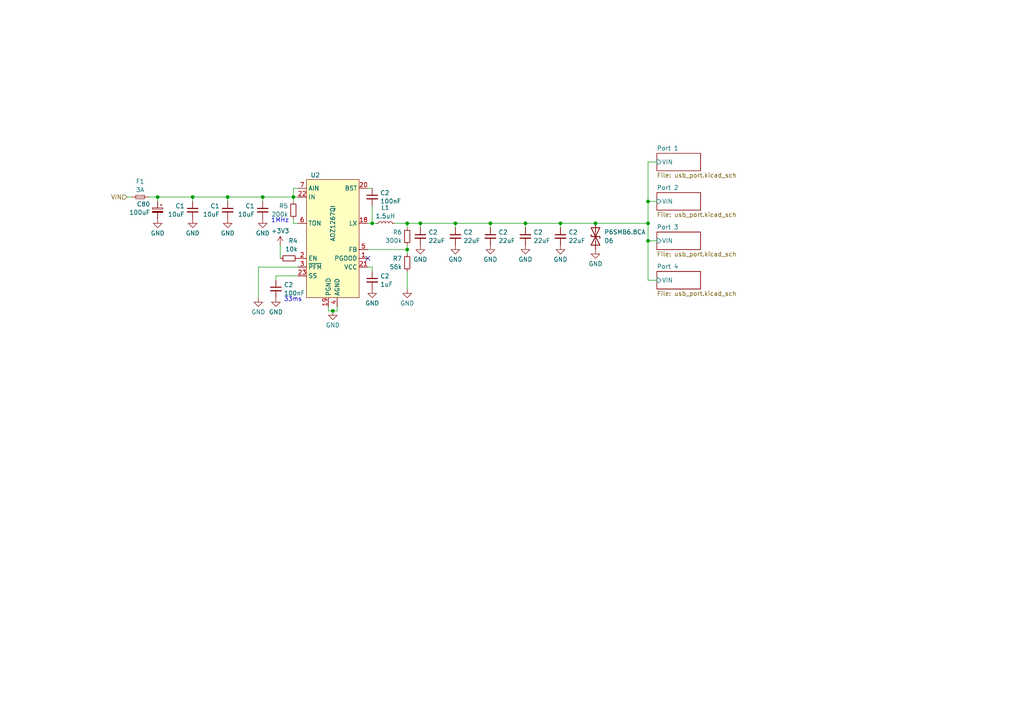
<source format=kicad_sch>
(kicad_sch (version 20230121) (generator eeschema)
  (paper "A4")
  (lib_symbols
    (symbol "Device:C_Polarized_Small" (pin_numbers hide) (pin_names (offset 0.254) hide)
      (property "Reference" "C" (at 0.254 1.778 0))
      (property "Value" "C_Polarized_Small" (at 0.254 -2.032 0))
      (symbol "C_Polarized_Small_0_1"
        (rectangle (start -1.524 -0.3048) (end 1.524 -0.6858) (fill (type outline)))
        (rectangle (start -1.524 0.6858) (end 1.524 0.3048))
        (polyline (pts (xy -1.27 1.524) (xy -0.762 1.524)))
        (polyline (pts (xy -1.016 1.27) (xy -1.016 1.778)))
      )
      (symbol "C_Polarized_Small_1_1"
        (pin passive line (at 0 2.54 270) (length 1.8542) (name "~") (number "1"))
        (pin passive line (at 0 -2.54 90) (length 1.8542) (name "~") (number "2"))
      )
    )
    (symbol "Device:C_Small" (pin_numbers hide) (pin_names (offset 0.254) hide)
      (property "Reference" "C" (at 0.254 1.778 0))
      (property "Value" "C_Small" (at 0.254 -2.032 0))
      (symbol "C_Small_0_1"
        (polyline (pts (xy -1.524 -0.508) (xy 1.524 -0.508)) (stroke (width 0.3302)))
        (polyline (pts (xy -1.524 0.508) (xy 1.524 0.508)) (stroke (width 0.3048)))
      )
      (symbol "C_Small_1_1"
        (pin passive line (at 0 2.54 270) (length 2.032) (name "~") (number "1"))
        (pin passive line (at 0 -2.54 90) (length 2.032) (name "~") (number "2"))
      )
    )
    (symbol "Device:D_TVS" (pin_numbers hide) (pin_names (offset 1.016) hide)
      (property "Reference" "D" (at 0 2.54 0))
      (property "Value" "D_TVS" (at 0 -2.54 0))
      (symbol "D_TVS_0_1"
        (polyline (pts (xy 1.27 0) (xy -1.27 0)))
        (polyline (pts (xy 0.508 1.27) (xy 0 1.27) (xy 0 -1.27) (xy -0.508 -1.27)) (stroke (width 0.254)))
        (polyline (pts (xy -2.54 1.27) (xy -2.54 -1.27) (xy 2.54 1.27) (xy 2.54 -1.27) (xy -2.54 1.27)) (stroke (width 0.254)))
      )
      (symbol "D_TVS_1_1"
        (pin passive line (at -3.81 0 0) (length 2.54) (name "A1") (number "1"))
        (pin passive line (at 3.81 0 180) (length 2.54) (name "A2") (number "2"))
      )
    )
    (symbol "Device:Fuse_Small" (pin_numbers hide) (pin_names (offset 0.254) hide)
      (property "Reference" "F" (at 0 -1.524 0))
      (property "Value" "Fuse_Small" (at 0 1.524 0))
      (symbol "Fuse_Small_0_1"
        (rectangle (start -1.27 0.508) (end 1.27 -0.508))
        (polyline (pts (xy -1.27 0) (xy 1.27 0)))
      )
      (symbol "Fuse_Small_1_1"
        (pin passive line (at -2.54 0 0) (length 1.27) (name "~") (number "1"))
        (pin passive line (at 2.54 0 180) (length 1.27) (name "~") (number "2"))
      )
    )
    (symbol "Device:L_Small" (pin_numbers hide) (pin_names (offset 0.254) hide)
      (property "Reference" "L" (at 0.762 1.016 0))
      (property "Value" "L_Small" (at 0.762 -1.016 0))
      (symbol "L_Small_0_1"
        (arc (start 0 -2.032) (mid 0.5058 -1.524) (end 0 -1.016))
        (arc (start 0 -1.016) (mid 0.5058 -0.508) (end 0 0))
        (arc (start 0 0) (mid 0.5058 0.508) (end 0 1.016))
        (arc (start 0 1.016) (mid 0.5058 1.524) (end 0 2.032))
      )
      (symbol "L_Small_1_1"
        (pin passive line (at 0 2.54 270) (length 0.508) (name "~") (number "1"))
        (pin passive line (at 0 -2.54 90) (length 0.508) (name "~") (number "2"))
      )
    )
    (symbol "Device:R_Small" (pin_numbers hide) (pin_names (offset 0.254) hide)
      (property "Reference" "R" (at 0.762 0.508 0))
      (property "Value" "R_Small" (at 0.762 -1.016 0))
      (symbol "R_Small_0_1"
        (rectangle (start -0.762 1.778) (end 0.762 -1.778) (stroke (width 0.2032)))
      )
      (symbol "R_Small_1_1"
        (pin passive line (at 0 2.54 270) (length 0.762) (name "~") (number "1"))
        (pin passive line (at 0 -2.54 90) (length 0.762) (name "~") (number "2"))
      )
    )
    (symbol "Regulator_Switching_AlphaOmega:AOZ1267QI"
      (property "Reference" "U" (at -5.08 16.51 0))
      (property "Value" "AOZ1267QI" (at 0 2.54 90))
      (symbol "AOZ1267QI_0_0"
        (pin open_collector line (at 10.16 -7.62 180) (length 2.54) (name "PGOOD") (number "1"))
        (pin output line (at 10.16 2.54 180) (length 2.54) (name "LX") (number "18"))
        (pin power_in line (at -1.27 -21.59 90) (length 2.54) (name "PGND") (number "19"))
        (pin input line (at -10.16 -7.62 0) (length 2.54) (name "EN") (number "2"))
        (pin input line (at 10.16 12.7 180) (length 2.54) (name "BST") (number "20"))
        (pin output line (at 10.16 -10.16 180) (length 2.54) (name "VCC") (number "21"))
        (pin power_in line (at -10.16 10.16 0) (length 2.54) (name "IN") (number "22"))
        (pin input line (at -10.16 -12.7 0) (length 2.54) (name "SS") (number "23"))
        (pin input line (at -10.16 -10.16 0) (length 2.54) (name "~{PFM}") (number "3"))
        (pin power_in line (at 1.27 -21.59 90) (length 2.54) (name "AGND") (number "4"))
        (pin input line (at 10.16 -5.08 180) (length 2.54) (name "FB") (number "5"))
        (pin input line (at -10.16 2.54 0) (length 2.54) (name "TON") (number "6"))
        (pin power_in line (at -10.16 12.7 0) (length 2.54) (name "AIN") (number "7"))
      )
      (symbol "AOZ1267QI_1_0"
        (pin output line (at 10.16 2.54 180) (length 2.54) hide (name "LX") (number "10"))
        (pin output line (at 10.16 2.54 180) (length 2.54) hide (name "LX") (number "11"))
        (pin power_in line (at -1.27 -21.59 90) (length 2.54) hide (name "PGND") (number "12"))
        (pin power_in line (at -1.27 -21.59 90) (length 2.54) hide (name "PGND") (number "13"))
        (pin power_in line (at -1.27 -21.59 90) (length 2.54) hide (name "PGND") (number "14"))
        (pin power_in line (at -1.27 -21.59 90) (length 2.54) hide (name "PGND") (number "15"))
        (pin output line (at 10.16 2.54 180) (length 2.54) hide (name "LX") (number "16"))
        (pin output line (at 10.16 2.54 180) (length 2.54) hide (name "LX") (number "17"))
        (pin power_in line (at -10.16 10.16 0) (length 2.54) hide (name "IN") (number "8"))
        (pin power_in line (at -10.16 10.16 0) (length 2.54) hide (name "IN") (number "9"))
      )
      (symbol "AOZ1267QI_1_1"
        (rectangle (start -7.62 15.24) (end 7.62 -19.05) (fill (type background)))
      )
    )
    (symbol "power:+3V3" (power) (pin_names (offset 0))
      (property "Value" "+3V3" (at 0 3.556 0))
      (symbol "+3V3_0_1"
        (polyline (pts (xy -0.762 1.27) (xy 0 2.54)))
        (polyline (pts (xy 0 0) (xy 0 2.54)))
        (polyline (pts (xy 0 2.54) (xy 0.762 1.27)))
      )
      (symbol "+3V3_1_1"
        (pin power_in line (at 0 0 90) (length 0) hide (name "+3V3") (number "1"))
      )
    )
    (symbol "power:GND" (power) (pin_names (offset 0))
      (property "Value" "GND" (at 0 -3.81 0))
      (symbol "GND_0_1"
        (polyline (pts (xy 0 0) (xy 0 -1.27) (xy 1.27 -1.27) (xy 0 -2.54) (xy -1.27 -1.27) (xy 0 -1.27)))
      )
      (symbol "GND_1_1"
        (pin power_in line (at 0 0 270) (length 0) hide (name "GND") (number "1"))
      )
    )
  )
  (junction (at 152.4 64.77))
  (junction (at 66.04 57.15))
  (junction (at 187.96 69.85))
  (junction (at 187.96 64.77))
  (junction (at 85.09 57.15))
  (junction (at 45.72 57.15))
  (junction (at 172.72 64.77))
  (junction (at 55.88 57.15))
  (junction (at 187.96 58.42))
  (junction (at 162.56 64.77))
  (junction (at 76.2 57.15))
  (junction (at 96.52 90.17))
  (junction (at 142.24 64.77))
  (junction (at 107.95 64.77))
  (junction (at 118.11 72.39))
  (junction (at 121.92 64.77))
  (junction (at 118.11 64.77))
  (junction (at 132.08 64.77))
  (no_connect (at 106.68 74.93))
  (wire (pts (xy 162.56 64.77) (xy 162.56 66.04)))
  (wire (pts (xy 172.72 64.77) (xy 187.96 64.77)))
  (wire (pts (xy 95.25 90.17) (xy 95.25 88.9)))
  (wire (pts (xy 96.52 90.17) (xy 97.79 90.17)))
  (wire (pts (xy 162.56 64.77) (xy 152.4 64.77)))
  (wire (pts (xy 107.95 59.69) (xy 107.95 64.77)))
  (wire (pts (xy 85.09 57.15) (xy 85.09 54.61)))
  (wire (pts (xy 132.08 64.77) (xy 132.08 66.04)))
  (wire (pts (xy 74.93 86.36) (xy 74.93 77.47)))
  (wire (pts (xy 66.04 57.15) (xy 55.88 57.15)))
  (wire (pts (xy 85.09 58.42) (xy 85.09 57.15)))
  (wire (pts (xy 36.83 57.15) (xy 38.1 57.15)))
  (wire (pts (xy 97.79 90.17) (xy 97.79 88.9)))
  (wire (pts (xy 80.01 80.01) (xy 80.01 81.28)))
  (wire (pts (xy 43.18 57.15) (xy 45.72 57.15)))
  (wire (pts (xy 187.96 64.77) (xy 187.96 69.85)))
  (wire (pts (xy 187.96 69.85) (xy 190.5 69.85)))
  (wire (pts (xy 118.11 78.74) (xy 118.11 83.82)))
  (wire (pts (xy 118.11 64.77) (xy 118.11 66.04)))
  (wire (pts (xy 114.3 64.77) (xy 118.11 64.77)))
  (wire (pts (xy 118.11 71.12) (xy 118.11 72.39)))
  (wire (pts (xy 187.96 58.42) (xy 190.5 58.42)))
  (wire (pts (xy 187.96 46.99) (xy 190.5 46.99)))
  (wire (pts (xy 152.4 64.77) (xy 142.24 64.77)))
  (wire (pts (xy 76.2 57.15) (xy 76.2 58.42)))
  (wire (pts (xy 85.09 63.5) (xy 85.09 64.77)))
  (wire (pts (xy 187.96 69.85) (xy 187.96 81.28)))
  (wire (pts (xy 85.09 64.77) (xy 86.36 64.77)))
  (wire (pts (xy 96.52 90.17) (xy 95.25 90.17)))
  (wire (pts (xy 107.95 54.61) (xy 106.68 54.61)))
  (wire (pts (xy 76.2 57.15) (xy 85.09 57.15)))
  (wire (pts (xy 80.01 80.01) (xy 86.36 80.01)))
  (wire (pts (xy 187.96 58.42) (xy 187.96 64.77)))
  (wire (pts (xy 55.88 57.15) (xy 55.88 58.42)))
  (wire (pts (xy 106.68 72.39) (xy 118.11 72.39)))
  (wire (pts (xy 118.11 64.77) (xy 121.92 64.77)))
  (wire (pts (xy 85.09 54.61) (xy 86.36 54.61)))
  (wire (pts (xy 187.96 58.42) (xy 187.96 46.99)))
  (wire (pts (xy 66.04 57.15) (xy 76.2 57.15)))
  (wire (pts (xy 66.04 57.15) (xy 66.04 58.42)))
  (wire (pts (xy 142.24 64.77) (xy 142.24 66.04)))
  (wire (pts (xy 106.68 77.47) (xy 107.95 77.47)))
  (wire (pts (xy 107.95 64.77) (xy 109.22 64.77)))
  (wire (pts (xy 107.95 64.77) (xy 106.68 64.77)))
  (wire (pts (xy 107.95 77.47) (xy 107.95 78.74)))
  (wire (pts (xy 152.4 64.77) (xy 152.4 66.04)))
  (wire (pts (xy 85.09 57.15) (xy 86.36 57.15)))
  (wire (pts (xy 74.93 77.47) (xy 86.36 77.47)))
  (wire (pts (xy 81.28 71.12) (xy 81.28 74.93)))
  (wire (pts (xy 45.72 57.15) (xy 45.72 58.42)))
  (wire (pts (xy 118.11 72.39) (xy 118.11 73.66)))
  (wire (pts (xy 121.92 64.77) (xy 121.92 66.04)))
  (wire (pts (xy 187.96 81.28) (xy 190.5 81.28)))
  (wire (pts (xy 142.24 64.77) (xy 132.08 64.77)))
  (wire (pts (xy 45.72 57.15) (xy 55.88 57.15)))
  (wire (pts (xy 162.56 64.77) (xy 172.72 64.77)))
  (wire (pts (xy 132.08 64.77) (xy 121.92 64.77)))
  (text "33ms" (at 87.63 87.63 0) (effects (font (size 1.27 1.27)) (justify right bottom)))
  (text "1MHz" (at 83.82 64.77 0) (effects (font (size 1.27 1.27)) (justify right bottom)))
  (hierarchical_label "VIN" (shape input) (at 36.83 57.15 180))
  (symbol (lib_id "Device:C_Small") (at 162.56 68.58 0) (unit 1)
    (property "Reference" "C2" (at 164.8841 67.3742 0) (effects (justify left)))
    (property "Value" "22uF" (at 164.8841 69.7984 0) (effects (justify left)))
    (property "Footprint" "Capacitor_SMD:C_0805_2012Metric" (effects hide))
    (property "LCSC" "C45783" (effects hide))
    (instances (project "blinkekatze-charger" (path "" (reference "C2") (unit 1)) (path "" (reference "C8") (unit 1)) (path "" (reference "C38") (unit 1)) (path "" (reference "C65") (unit 1)) (path "" (reference "C92") (unit 1)) (path "" (reference "C128") (unit 1))))
  )
  (symbol (lib_id "power:GND") (at 118.11 83.82 0) (unit 1)
    (property "Reference" "#PWR011" (effects hide))
    (property "Value" "GND" (at 118.11 87.9531 0))
    (instances (project "blinkekatze-charger" (path "" (reference "#PWR011") (unit 1)) (path "" (reference "#PWR045") (unit 1)) (path "" (reference "#PWR082") (unit 1)) (path "" (reference "#PWR0119") (unit 1)) (path "" (reference "#PWR0170") (unit 1))))
  )
  (symbol (lib_id "Device:C_Small") (at 76.2 60.96 0) (mirror y) (unit 1)
    (property "Reference" "C1" (at 73.8759 59.7542 0) (effects (justify left)))
    (property "Value" "10uF" (at 73.8759 62.1784 0) (effects (justify left)))
    (property "Footprint" "Capacitor_SMD:C_0805_2012Metric" (effects hide))
    (property "LCSC" "C440198" (effects hide))
    (instances (project "blinkekatze-charger" (path "" (reference "C1") (unit 1)) (path "" (reference "C13") (unit 1)) (path "" (reference "C30") (unit 1)) (path "" (reference "C57") (unit 1)) (path "" (reference "C84") (unit 1)) (path "" (reference "C120") (unit 1))))
  )
  (symbol (lib_id "Device:C_Small") (at 66.04 60.96 0) (mirror y) (unit 1)
    (property "Reference" "C1" (at 63.7159 59.7542 0) (effects (justify left)))
    (property "Value" "10uF" (at 63.7159 62.1784 0) (effects (justify left)))
    (property "Footprint" "Capacitor_SMD:C_0805_2012Metric" (effects hide))
    (property "LCSC" "C440198" (effects hide))
    (instances (project "blinkekatze-charger" (path "" (reference "C1") (unit 1)) (path "" (reference "C14") (unit 1)) (path "" (reference "C29") (unit 1)) (path "" (reference "C56") (unit 1)) (path "" (reference "C83") (unit 1)) (path "" (reference "C119") (unit 1))))
  )
  (symbol (lib_id "power:GND") (at 132.08 71.12 0) (unit 1)
    (property "Reference" "#PWR013" (effects hide))
    (property "Value" "GND" (at 132.08 75.2531 0))
    (instances (project "blinkekatze-charger" (path "" (reference "#PWR013") (unit 1)) (path "" (reference "#PWR047") (unit 1)) (path "" (reference "#PWR084") (unit 1)) (path "" (reference "#PWR0121") (unit 1)) (path "" (reference "#PWR0172") (unit 1))))
  )
  (symbol (lib_id "Regulator_Switching_AlphaOmega:AOZ1267QI") (at 96.52 67.31 0) (unit 1)
    (property "Reference" "U2" (at 91.44 50.8 0))
    (property "Value" "AOZ1267QI" (at 96.52 64.77 90))
    (property "Footprint" "Package_QFN_Silergy:QFN-23L" (effects hide))
    (property "Datasheet" "https://datasheet.lcsc.com/lcsc/2202011530_Alpha---Omega-Semicon-AOZ1267QI-01_C2072015.pdf" (effects hide))
    (property "LCSC" "C2072015" (effects hide))
    (instances (project "blinkekatze-charger" (path "" (reference "U2") (unit 1)) (path "" (reference "U6") (unit 1)) (path "" (reference "U11") (unit 1)) (path "" (reference "U16") (unit 1)) (path "" (reference "U22") (unit 1))))
  )
  (symbol (lib_id "Device:C_Small") (at 132.08 68.58 0) (unit 1)
    (property "Reference" "C2" (at 134.4041 67.3742 0) (effects (justify left)))
    (property "Value" "22uF" (at 134.4041 69.7984 0) (effects (justify left)))
    (property "Footprint" "Capacitor_SMD:C_0805_2012Metric" (effects hide))
    (property "LCSC" "C45783" (effects hide))
    (instances (project "blinkekatze-charger" (path "" (reference "C2") (unit 1)) (path "" (reference "C11") (unit 1)) (path "" (reference "C35") (unit 1)) (path "" (reference "C62") (unit 1)) (path "" (reference "C89") (unit 1)) (path "" (reference "C125") (unit 1))))
  )
  (symbol (lib_id "Device:R_Small") (at 118.11 76.2 0) (unit 1)
    (property "Reference" "R7" (at 116.6114 74.9879 0) (effects (justify right)))
    (property "Value" "56k" (at 116.6114 77.4121 0) (effects (justify right)))
    (property "Footprint" "Resistor_SMD:R_0402_1005Metric" (effects hide))
    (property "LCSC" "C25796" (effects hide))
    (instances (project "blinkekatze-charger" (path "" (reference "R7") (unit 1)) (path "" (reference "R22") (unit 1)) (path "" (reference "R41") (unit 1)) (path "" (reference "R60") (unit 1)) (path "" (reference "R87") (unit 1))))
  )
  (symbol (lib_id "Device:R_Small") (at 83.82 74.93 90) (unit 1)
    (property "Reference" "R4" (at 86.36 69.85 90) (effects (justify left)))
    (property "Value" "10k" (at 86.36 72.2742 90) (effects (justify left)))
    (property "Footprint" "Resistor_SMD:R_0402_1005Metric" (effects hide))
    (property "LCSC" "C25744" (effects hide))
    (instances (project "T41-USB-C-PSU" (path "" (reference "R4") (unit 1)) (path "" (reference "R5") (unit 1)) (path "" (reference "R12") (unit 1))) (project "blinkekatze-charger" (path "" (reference "R79") (unit 1)) (path "" (reference "R77") (unit 1)) (path "" (reference "R108") (unit 1)) (path "" (reference "R109") (unit 1)) (path "" (reference "R110") (unit 1)) (path "" (reference "R111") (unit 1))))
  )
  (symbol (lib_id "Device:R_Small") (at 85.09 60.96 0) (unit 1)
    (property "Reference" "R5" (at 83.5914 59.7479 0) (effects (justify right)))
    (property "Value" "200k" (at 83.5914 62.1721 0) (effects (justify right)))
    (property "Footprint" "Resistor_SMD:R_0402_1005Metric" (effects hide))
    (property "LCSC" "C25764" (effects hide))
    (instances (project "blinkekatze-charger" (path "" (reference "R5") (unit 1)) (path "" (reference "R20") (unit 1)) (path "" (reference "R39") (unit 1)) (path "" (reference "R58") (unit 1)) (path "" (reference "R85") (unit 1))))
  )
  (symbol (lib_id "Device:C_Small") (at 152.4 68.58 0) (unit 1)
    (property "Reference" "C2" (at 154.7241 67.3742 0) (effects (justify left)))
    (property "Value" "22uF" (at 154.7241 69.7984 0) (effects (justify left)))
    (property "Footprint" "Capacitor_SMD:C_0805_2012Metric" (effects hide))
    (property "LCSC" "C45783" (effects hide))
    (instances (project "blinkekatze-charger" (path "" (reference "C2") (unit 1)) (path "" (reference "C9") (unit 1)) (path "" (reference "C37") (unit 1)) (path "" (reference "C64") (unit 1)) (path "" (reference "C91") (unit 1)) (path "" (reference "C127") (unit 1))))
  )
  (symbol (lib_id "power:GND") (at 96.52 90.17 0) (unit 1)
    (property "Reference" "#PWR08" (effects hide))
    (property "Value" "GND" (at 96.52 94.3031 0))
    (instances (project "blinkekatze-charger" (path "" (reference "#PWR08") (unit 1)) (path "" (reference "#PWR043") (unit 1)) (path "" (reference "#PWR080") (unit 1)) (path "" (reference "#PWR0117") (unit 1)) (path "" (reference "#PWR0168") (unit 1))))
  )
  (symbol (lib_id "power:GND") (at 76.2 63.5 0) (unit 1)
    (property "Reference" "#PWR019" (effects hide))
    (property "Value" "GND" (at 76.2 67.6331 0))
    (instances (project "blinkekatze-charger" (path "" (reference "#PWR019") (unit 1)) (path "" (reference "#PWR041") (unit 1)) (path "" (reference "#PWR078") (unit 1)) (path "" (reference "#PWR0115") (unit 1)) (path "" (reference "#PWR0166") (unit 1))))
  )
  (symbol (lib_id "power:GND") (at 107.95 83.82 0) (mirror y) (unit 1)
    (property "Reference" "#PWR07" (effects hide))
    (property "Value" "GND" (at 107.95 87.9531 0))
    (instances (project "blinkekatze-charger" (path "" (reference "#PWR07") (unit 1)) (path "" (reference "#PWR044") (unit 1)) (path "" (reference "#PWR081") (unit 1)) (path "" (reference "#PWR0118") (unit 1)) (path "" (reference "#PWR0169") (unit 1))))
  )
  (symbol (lib_id "power:+3V3") (at 81.28 71.12 0) (unit 1)
    (property "Reference" "#PWR0225" (effects hide))
    (property "Value" "+3V3" (at 81.28 66.9869 0))
    (instances (project "blinkekatze-charger" (path "" (reference "#PWR0225") (unit 1)) (path "" (reference "#PWR0226") (unit 1)) (path "" (reference "#PWR0227") (unit 1)) (path "" (reference "#PWR0228") (unit 1)) (path "" (reference "#PWR0229") (unit 1))))
  )
  (symbol (lib_id "Device:Fuse_Small") (at 40.64 57.15 0) (unit 1)
    (property "Reference" "F1" (at 40.64 52.6247 0))
    (property "Value" "3A" (at 40.64 55.0489 0))
    (property "Footprint" "Fuse:Fuse_1206_3216Metric" (effects hide))
    (property "LCSC" "C553935" (effects hide))
    (instances (project "blinkekatze-charger" (path "" (reference "F1") (unit 1)) (path "" (reference "F2") (unit 1)) (path "" (reference "F3") (unit 1)) (path "" (reference "F4") (unit 1)) (path "" (reference "F5") (unit 1)) (path "" (reference "F6") (unit 1)) (path "" (reference "F11") (unit 1)) (path "" (reference "F16") (unit 1)) (path "" (reference "F22") (unit 1))))
  )
  (symbol (lib_id "Device:C_Small") (at 107.95 57.15 0) (unit 1)
    (property "Reference" "C2" (at 110.2741 55.9442 0) (effects (justify left)))
    (property "Value" "100nF" (at 110.2741 58.3684 0) (effects (justify left)))
    (property "Footprint" "Capacitor_SMD:C_0402_1005Metric" (effects hide))
    (property "LCSC" "C1525" (effects hide))
    (instances (project "blinkekatze-charger" (path "" (reference "C2") (unit 1)) (path "" (reference "C7") (unit 1)) (path "" (reference "C32") (unit 1)) (path "" (reference "C59") (unit 1)) (path "" (reference "C86") (unit 1)) (path "" (reference "C122") (unit 1))))
  )
  (symbol (lib_id "power:GND") (at 162.56 71.12 0) (unit 1)
    (property "Reference" "#PWR016" (effects hide))
    (property "Value" "GND" (at 162.56 75.2531 0))
    (instances (project "blinkekatze-charger" (path "" (reference "#PWR016") (unit 1)) (path "" (reference "#PWR050") (unit 1)) (path "" (reference "#PWR087") (unit 1)) (path "" (reference "#PWR0124") (unit 1)) (path "" (reference "#PWR0175") (unit 1))))
  )
  (symbol (lib_id "Device:D_TVS") (at 172.72 68.58 90) (unit 1)
    (property "Reference" "D6" (at 175.26 69.85 90) (effects (justify right)))
    (property "Value" "P6SMB6.8CA" (at 175.26 67.31 90) (effects (justify right)))
    (property "Footprint" "Diode_SMD:D_SMB" (effects hide))
    (property "LCSC" "C78395" (effects hide))
    (instances (project "OpenHomeSwitch" (path "" (reference "D6") (unit 1)) (path "" (reference "D5") (unit 1))) (project "blinkekatze-charger" (path "" (reference "D22") (unit 1)) (path "" (reference "D23") (unit 1)) (path "" (reference "D24") (unit 1)) (path "" (reference "D25") (unit 1)) (path "" (reference "D26") (unit 1))))
  )
  (symbol (lib_id "Device:C_Small") (at 80.01 83.82 0) (unit 1)
    (property "Reference" "C2" (at 82.3341 82.6142 0) (effects (justify left)))
    (property "Value" "100nF" (at 82.3341 85.0384 0) (effects (justify left)))
    (property "Footprint" "Capacitor_SMD:C_0402_1005Metric" (effects hide))
    (property "LCSC" "C1525" (effects hide))
    (instances (project "blinkekatze-charger" (path "" (reference "C2") (unit 1)) (path "" (reference "C6") (unit 1)) (path "" (reference "C31") (unit 1)) (path "" (reference "C58") (unit 1)) (path "" (reference "C85") (unit 1)) (path "" (reference "C121") (unit 1))))
  )
  (symbol (lib_id "Device:C_Small") (at 121.92 68.58 0) (unit 1)
    (property "Reference" "C2" (at 124.2441 67.3742 0) (effects (justify left)))
    (property "Value" "22uF" (at 124.2441 69.7984 0) (effects (justify left)))
    (property "Footprint" "Capacitor_SMD:C_0805_2012Metric" (effects hide))
    (property "LCSC" "C45783" (effects hide))
    (instances (project "blinkekatze-charger" (path "" (reference "C2") (unit 1)) (path "" (reference "C12") (unit 1)) (path "" (reference "C34") (unit 1)) (path "" (reference "C61") (unit 1)) (path "" (reference "C88") (unit 1)) (path "" (reference "C124") (unit 1))))
  )
  (symbol (lib_id "power:GND") (at 74.93 86.36 0) (unit 1)
    (property "Reference" "#PWR010" (effects hide))
    (property "Value" "GND" (at 74.93 90.4931 0))
    (instances (project "blinkekatze-charger" (path "" (reference "#PWR010") (unit 1)) (path "" (reference "#PWR040") (unit 1)) (path "" (reference "#PWR077") (unit 1)) (path "" (reference "#PWR0114") (unit 1)) (path "" (reference "#PWR0165") (unit 1))))
  )
  (symbol (lib_id "Device:L_Small") (at 111.76 64.77 90) (unit 1)
    (property "Reference" "L1" (at 111.76 60.2469 90))
    (property "Value" "1.5uH" (at 111.76 62.6711 90))
    (property "Footprint" "Inductor_SMD:L_Sunlord_MWSA0603S" (effects hide))
    (property "Datasheet" "https://datasheet.lcsc.com/lcsc/2011031037_PROD-Tech-PSPMAA0603-1R5M-ANF_C436544.pdf" (effects hide))
    (property "LCSC" "C436544" (effects hide))
    (instances (project "blinkekatze-charger" (path "" (reference "L1") (unit 1)) (path "" (reference "L2") (unit 1)) (path "" (reference "L3") (unit 1)) (path "" (reference "L4") (unit 1)) (path "" (reference "L5") (unit 1))))
  )
  (symbol (lib_id "power:GND") (at 66.04 63.5 0) (unit 1)
    (property "Reference" "#PWR018" (effects hide))
    (property "Value" "GND" (at 66.04 67.6331 0))
    (instances (project "blinkekatze-charger" (path "" (reference "#PWR018") (unit 1)) (path "" (reference "#PWR039") (unit 1)) (path "" (reference "#PWR076") (unit 1)) (path "" (reference "#PWR0113") (unit 1)) (path "" (reference "#PWR0164") (unit 1))))
  )
  (symbol (lib_id "power:GND") (at 142.24 71.12 0) (unit 1)
    (property "Reference" "#PWR014" (effects hide))
    (property "Value" "GND" (at 142.24 75.2531 0))
    (instances (project "blinkekatze-charger" (path "" (reference "#PWR014") (unit 1)) (path "" (reference "#PWR048") (unit 1)) (path "" (reference "#PWR085") (unit 1)) (path "" (reference "#PWR0122") (unit 1)) (path "" (reference "#PWR0173") (unit 1))))
  )
  (symbol (lib_id "Device:C_Small") (at 107.95 81.28 0) (unit 1)
    (property "Reference" "C2" (at 110.2741 80.0742 0) (effects (justify left)))
    (property "Value" "1uF" (at 110.2741 82.4984 0) (effects (justify left)))
    (property "Footprint" "Capacitor_SMD:C_0402_1005Metric" (effects hide))
    (property "LCSC" "C52923" (effects hide))
    (instances (project "blinkekatze-charger" (path "" (reference "C2") (unit 1)) (path "" (reference "C5") (unit 1)) (path "" (reference "C33") (unit 1)) (path "" (reference "C60") (unit 1)) (path "" (reference "C87") (unit 1)) (path "" (reference "C123") (unit 1))))
  )
  (symbol (lib_id "power:GND") (at 152.4 71.12 0) (unit 1)
    (property "Reference" "#PWR015" (effects hide))
    (property "Value" "GND" (at 152.4 75.2531 0))
    (instances (project "blinkekatze-charger" (path "" (reference "#PWR015") (unit 1)) (path "" (reference "#PWR049") (unit 1)) (path "" (reference "#PWR086") (unit 1)) (path "" (reference "#PWR0123") (unit 1)) (path "" (reference "#PWR0174") (unit 1))))
  )
  (symbol (lib_id "power:GND") (at 55.88 63.5 0) (unit 1)
    (property "Reference" "#PWR017" (effects hide))
    (property "Value" "GND" (at 55.88 67.6331 0))
    (instances (project "blinkekatze-charger" (path "" (reference "#PWR017") (unit 1)) (path "" (reference "#PWR038") (unit 1)) (path "" (reference "#PWR075") (unit 1)) (path "" (reference "#PWR0112") (unit 1)) (path "" (reference "#PWR0163") (unit 1))))
  )
  (symbol (lib_id "power:GND") (at 121.92 71.12 0) (unit 1)
    (property "Reference" "#PWR012" (effects hide))
    (property "Value" "GND" (at 121.92 75.2531 0))
    (instances (project "blinkekatze-charger" (path "" (reference "#PWR012") (unit 1)) (path "" (reference "#PWR046") (unit 1)) (path "" (reference "#PWR083") (unit 1)) (path "" (reference "#PWR0120") (unit 1)) (path "" (reference "#PWR0171") (unit 1))))
  )
  (symbol (lib_id "Device:R_Small") (at 118.11 68.58 0) (unit 1)
    (property "Reference" "R6" (at 116.6114 67.3679 0) (effects (justify right)))
    (property "Value" "300k" (at 116.6114 69.7921 0) (effects (justify right)))
    (property "Footprint" "Resistor_SMD:R_0402_1005Metric" (effects hide))
    (property "LCSC" "C25774" (effects hide))
    (instances (project "blinkekatze-charger" (path "" (reference "R6") (unit 1)) (path "" (reference "R21") (unit 1)) (path "" (reference "R40") (unit 1)) (path "" (reference "R59") (unit 1)) (path "" (reference "R86") (unit 1))))
  )
  (symbol (lib_id "Device:C_Small") (at 55.88 60.96 0) (mirror y) (unit 1)
    (property "Reference" "C1" (at 53.5559 59.7542 0) (effects (justify left)))
    (property "Value" "10uF" (at 53.5559 62.1784 0) (effects (justify left)))
    (property "Footprint" "Capacitor_SMD:C_0805_2012Metric" (effects hide))
    (property "LCSC" "C440198" (effects hide))
    (instances (project "blinkekatze-charger" (path "" (reference "C1") (unit 1)) (path "" (reference "C15") (unit 1)) (path "" (reference "C28") (unit 1)) (path "" (reference "C55") (unit 1)) (path "" (reference "C82") (unit 1)) (path "" (reference "C118") (unit 1))))
  )
  (symbol (lib_id "power:GND") (at 172.72 72.39 0) (unit 1)
    (property "Reference" "#PWR0230" (effects hide))
    (property "Value" "GND" (at 172.72 76.5231 0))
    (instances (project "blinkekatze-charger" (path "" (reference "#PWR0230") (unit 1)) (path "" (reference "#PWR0231") (unit 1)) (path "" (reference "#PWR0232") (unit 1)) (path "" (reference "#PWR0233") (unit 1)) (path "" (reference "#PWR0234") (unit 1))))
  )
  (symbol (lib_id "power:GND") (at 80.01 86.36 0) (unit 1)
    (property "Reference" "#PWR09" (effects hide))
    (property "Value" "GND" (at 80.01 90.4931 0))
    (instances (project "blinkekatze-charger" (path "" (reference "#PWR09") (unit 1)) (path "" (reference "#PWR042") (unit 1)) (path "" (reference "#PWR079") (unit 1)) (path "" (reference "#PWR0116") (unit 1)) (path "" (reference "#PWR0167") (unit 1))))
  )
  (symbol (lib_id "power:GND") (at 45.72 63.5 0) (unit 1)
    (property "Reference" "#PWR0200" (effects hide))
    (property "Value" "GND" (at 45.72 67.6331 0))
    (instances (project "blinkekatze-charger" (path "" (reference "#PWR0200") (unit 1)) (path "" (reference "#PWR0201") (unit 1)) (path "" (reference "#PWR0202") (unit 1)) (path "" (reference "#PWR0203") (unit 1)) (path "" (reference "#PWR0204") (unit 1))))
  )
  (symbol (lib_id "Device:C_Polarized_Small") (at 45.72 60.96 0) (mirror y) (unit 1)
    (property "Reference" "C80" (at 43.561 59.2018 0) (effects (justify left)))
    (property "Value" "100uF" (at 43.561 61.626 0) (effects (justify left)))
    (property "Footprint" "Capacitor_SMD:CP_Elec_6.3x7.7" (effects hide))
    (property "LCSC" "C5361261" (effects hide))
    (instances (project "blinkekatze-charger" (path "" (reference "C80") (unit 1)) (path "" (reference "C149") (unit 1)) (path "" (reference "C148") (unit 1)) (path "" (reference "C147") (unit 1)) (path "" (reference "C146") (unit 1)) (path "" (reference "C145") (unit 1)) (path "" (reference "C131") (unit 1)) (path "" (reference "C139") (unit 1)) (path "" (reference "C135") (unit 1)) (path "" (reference "C143") (unit 1)) (path "" (reference "C107") (unit 1)) (path "" (reference "C103") (unit 1)) (path "" (reference "C99") (unit 1)) (path "" (reference "C95") (unit 1)) (path "" (reference "C72") (unit 1)) (path "" (reference "C76") (unit 1)) (path "" (reference "C68") (unit 1)) (path "" (reference "C53") (unit 1)) (path "" (reference "C49") (unit 1)) (path "" (reference "C41") (unit 1)) (path "" (reference "C45") (unit 1)) (path "" (reference "C26") (unit 1)) (path "" (reference "C22") (unit 1)) (path "" (reference "C18") (unit 1)) (path "" (reference "C3") (unit 1))))
  )
  (symbol (lib_id "Device:C_Small") (at 142.24 68.58 0) (unit 1)
    (property "Reference" "C2" (at 144.5641 67.3742 0) (effects (justify left)))
    (property "Value" "22uF" (at 144.5641 69.7984 0) (effects (justify left)))
    (property "Footprint" "Capacitor_SMD:C_0805_2012Metric" (effects hide))
    (property "LCSC" "C45783" (effects hide))
    (instances (project "blinkekatze-charger" (path "" (reference "C2") (unit 1)) (path "" (reference "C10") (unit 1)) (path "" (reference "C36") (unit 1)) (path "" (reference "C63") (unit 1)) (path "" (reference "C90") (unit 1)) (path "" (reference "C126") (unit 1))))
  )
  (sheet (at 190.5 67.31) (size 12.7 5.08) (stroke (width 0.1524))
    (property "Sheetname" "Port 3" (at 190.5 66.5984 0) (effects (justify left bottom)))
    (property "Sheetfile" "usb_port.kicad_sch" (at 190.5 72.9746 0) (effects (justify left top)))
    (pin "VIN" input (at 190.5 69.85 180))
  )
  (sheet (at 190.5 78.74) (size 12.7 5.08) (stroke (width 0.1524))
    (property "Sheetname" "Port 4" (at 190.5 78.0284 0) (effects (justify left bottom)))
    (property "Sheetfile" "usb_port.kicad_sch" (at 190.5 84.4046 0) (effects (justify left top)))
    (pin "VIN" input (at 190.5 81.28 180))
  )
  (sheet (at 190.5 55.88) (size 12.7 5.08) (stroke (width 0.1524))
    (property "Sheetname" "Port 2" (at 190.5 55.1684 0) (effects (justify left bottom)))
    (property "Sheetfile" "usb_port.kicad_sch" (at 190.5 61.5446 0) (effects (justify left top)))
    (pin "VIN" input (at 190.5 58.42 180))
  )
  (sheet (at 190.5 44.45) (size 12.7 5.08) (stroke (width 0.1524))
    (property "Sheetname" "Port 1" (at 190.5 43.7384 0) (effects (justify left bottom)))
    (property "Sheetfile" "usb_port.kicad_sch" (at 190.5 50.1146 0) (effects (justify left top)))
    (pin "VIN" input (at 190.5 46.99 180))
  )
)
</source>
